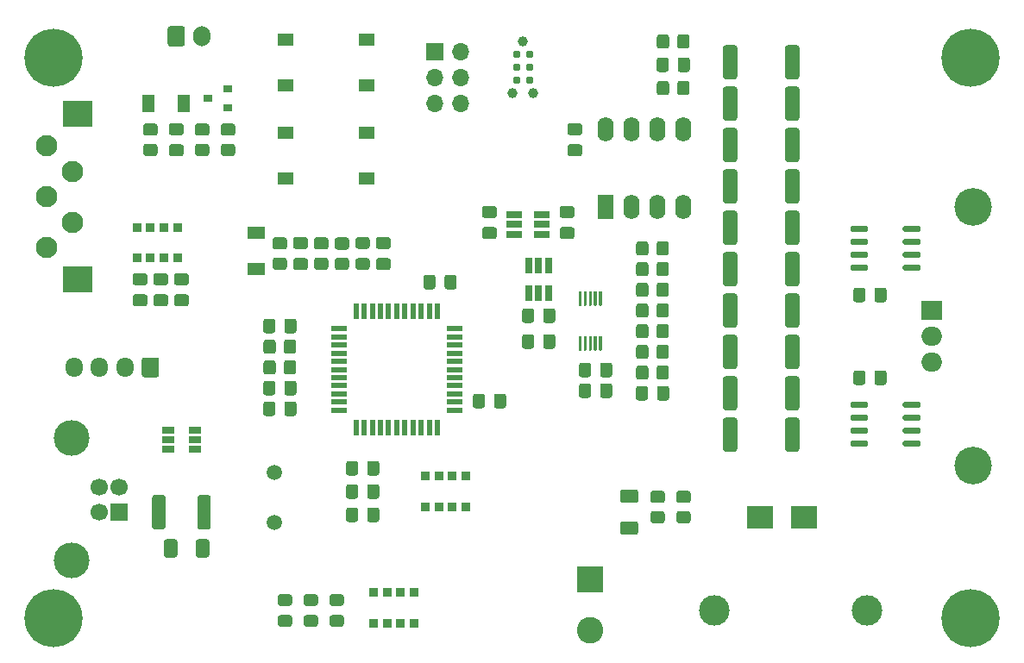
<source format=gts>
G04 #@! TF.GenerationSoftware,KiCad,Pcbnew,(5.1.9)-1*
G04 #@! TF.CreationDate,2021-08-12T22:57:42-04:00*
G04 #@! TF.ProjectId,ElectronicLoad,456c6563-7472-46f6-9e69-634c6f61642e,A*
G04 #@! TF.SameCoordinates,Original*
G04 #@! TF.FileFunction,Soldermask,Top*
G04 #@! TF.FilePolarity,Negative*
%FSLAX46Y46*%
G04 Gerber Fmt 4.6, Leading zero omitted, Abs format (unit mm)*
G04 Created by KiCad (PCBNEW (5.1.9)-1) date 2021-08-12 22:57:42*
%MOMM*%
%LPD*%
G01*
G04 APERTURE LIST*
%ADD10C,2.100000*%
%ADD11R,3.000000X2.500000*%
%ADD12R,2.500000X2.300000*%
%ADD13O,2.000000X1.905000*%
%ADD14R,2.000000X1.905000*%
%ADD15C,3.000000*%
%ADD16C,3.686000*%
%ADD17C,5.700000*%
%ADD18R,0.900000X0.900000*%
%ADD19O,1.600000X2.400000*%
%ADD20R,1.600000X2.400000*%
%ADD21R,1.550000X1.300000*%
%ADD22O,1.700000X1.950000*%
%ADD23O,1.700000X2.000000*%
%ADD24R,0.900000X0.800000*%
%ADD25R,1.300000X1.700000*%
%ADD26R,1.220000X0.650000*%
%ADD27R,1.700000X1.300000*%
%ADD28C,1.500000*%
%ADD29C,0.787400*%
%ADD30C,0.990600*%
%ADD31O,1.700000X1.700000*%
%ADD32R,1.700000X1.700000*%
%ADD33C,3.500000*%
%ADD34C,1.700000*%
%ADD35R,0.550000X1.500000*%
%ADD36R,1.500000X0.550000*%
%ADD37R,1.560000X0.650000*%
%ADD38R,0.650000X1.560000*%
%ADD39C,2.600000*%
%ADD40R,2.600000X2.600000*%
G04 APERTURE END LIST*
D10*
X109676000Y-80344000D03*
X109676000Y-90344000D03*
X109676000Y-85344000D03*
D11*
X112776000Y-93444000D03*
X112776000Y-77244000D03*
D10*
X112276000Y-82844000D03*
X112276000Y-87844000D03*
G36*
G01*
X153612000Y-105885000D02*
X153612000Y-104935000D01*
G75*
G02*
X153862000Y-104685000I250000J0D01*
G01*
X154537000Y-104685000D01*
G75*
G02*
X154787000Y-104935000I0J-250000D01*
G01*
X154787000Y-105885000D01*
G75*
G02*
X154537000Y-106135000I-250000J0D01*
G01*
X153862000Y-106135000D01*
G75*
G02*
X153612000Y-105885000I0J250000D01*
G01*
G37*
G36*
G01*
X151537000Y-105885000D02*
X151537000Y-104935000D01*
G75*
G02*
X151787000Y-104685000I250000J0D01*
G01*
X152462000Y-104685000D01*
G75*
G02*
X152712000Y-104935000I0J-250000D01*
G01*
X152712000Y-105885000D01*
G75*
G02*
X152462000Y-106135000I-250000J0D01*
G01*
X151787000Y-106135000D01*
G75*
G02*
X151537000Y-105885000I0J250000D01*
G01*
G37*
G36*
G01*
X166227997Y-117232000D02*
X167528003Y-117232000D01*
G75*
G02*
X167778000Y-117481997I0J-249997D01*
G01*
X167778000Y-118307003D01*
G75*
G02*
X167528003Y-118557000I-249997J0D01*
G01*
X166227997Y-118557000D01*
G75*
G02*
X165978000Y-118307003I0J249997D01*
G01*
X165978000Y-117481997D01*
G75*
G02*
X166227997Y-117232000I249997J0D01*
G01*
G37*
G36*
G01*
X166227997Y-114107000D02*
X167528003Y-114107000D01*
G75*
G02*
X167778000Y-114356997I0J-249997D01*
G01*
X167778000Y-115182003D01*
G75*
G02*
X167528003Y-115432000I-249997J0D01*
G01*
X166227997Y-115432000D01*
G75*
G02*
X165978000Y-115182003I0J249997D01*
G01*
X165978000Y-114356997D01*
G75*
G02*
X166227997Y-114107000I249997J0D01*
G01*
G37*
G36*
G01*
X122544000Y-119237997D02*
X122544000Y-120538003D01*
G75*
G02*
X122294003Y-120788000I-249997J0D01*
G01*
X121468997Y-120788000D01*
G75*
G02*
X121219000Y-120538003I0J249997D01*
G01*
X121219000Y-119237997D01*
G75*
G02*
X121468997Y-118988000I249997J0D01*
G01*
X122294003Y-118988000D01*
G75*
G02*
X122544000Y-119237997I0J-249997D01*
G01*
G37*
G36*
G01*
X125669000Y-119237997D02*
X125669000Y-120538003D01*
G75*
G02*
X125419003Y-120788000I-249997J0D01*
G01*
X124593997Y-120788000D01*
G75*
G02*
X124344000Y-120538003I0J249997D01*
G01*
X124344000Y-119237997D01*
G75*
G02*
X124593997Y-118988000I249997J0D01*
G01*
X125419003Y-118988000D01*
G75*
G02*
X125669000Y-119237997I0J-249997D01*
G01*
G37*
G36*
G01*
X164026000Y-104869000D02*
X164026000Y-103919000D01*
G75*
G02*
X164276000Y-103669000I250000J0D01*
G01*
X164951000Y-103669000D01*
G75*
G02*
X165201000Y-103919000I0J-250000D01*
G01*
X165201000Y-104869000D01*
G75*
G02*
X164951000Y-105119000I-250000J0D01*
G01*
X164276000Y-105119000D01*
G75*
G02*
X164026000Y-104869000I0J250000D01*
G01*
G37*
G36*
G01*
X161951000Y-104869000D02*
X161951000Y-103919000D01*
G75*
G02*
X162201000Y-103669000I250000J0D01*
G01*
X162876000Y-103669000D01*
G75*
G02*
X163126000Y-103919000I0J-250000D01*
G01*
X163126000Y-104869000D01*
G75*
G02*
X162876000Y-105119000I-250000J0D01*
G01*
X162201000Y-105119000D01*
G75*
G02*
X161951000Y-104869000I0J250000D01*
G01*
G37*
G36*
G01*
X157538000Y-99093000D02*
X157538000Y-100043000D01*
G75*
G02*
X157288000Y-100293000I-250000J0D01*
G01*
X156613000Y-100293000D01*
G75*
G02*
X156363000Y-100043000I0J250000D01*
G01*
X156363000Y-99093000D01*
G75*
G02*
X156613000Y-98843000I250000J0D01*
G01*
X157288000Y-98843000D01*
G75*
G02*
X157538000Y-99093000I0J-250000D01*
G01*
G37*
G36*
G01*
X159613000Y-99093000D02*
X159613000Y-100043000D01*
G75*
G02*
X159363000Y-100293000I-250000J0D01*
G01*
X158688000Y-100293000D01*
G75*
G02*
X158438000Y-100043000I0J250000D01*
G01*
X158438000Y-99093000D01*
G75*
G02*
X158688000Y-98843000I250000J0D01*
G01*
X159363000Y-98843000D01*
G75*
G02*
X159613000Y-99093000I0J-250000D01*
G01*
G37*
D12*
X184014000Y-116840000D03*
X179714000Y-116840000D03*
G36*
G01*
X120338001Y-79356000D02*
X119437999Y-79356000D01*
G75*
G02*
X119188000Y-79106001I0J249999D01*
G01*
X119188000Y-78405999D01*
G75*
G02*
X119437999Y-78156000I249999J0D01*
G01*
X120338001Y-78156000D01*
G75*
G02*
X120588000Y-78405999I0J-249999D01*
G01*
X120588000Y-79106001D01*
G75*
G02*
X120338001Y-79356000I-249999J0D01*
G01*
G37*
G36*
G01*
X120338001Y-81356000D02*
X119437999Y-81356000D01*
G75*
G02*
X119188000Y-81106001I0J249999D01*
G01*
X119188000Y-80405999D01*
G75*
G02*
X119437999Y-80156000I249999J0D01*
G01*
X120338001Y-80156000D01*
G75*
G02*
X120588000Y-80405999I0J-249999D01*
G01*
X120588000Y-81106001D01*
G75*
G02*
X120338001Y-81356000I-249999J0D01*
G01*
G37*
G36*
G01*
X121953000Y-80206000D02*
X122903000Y-80206000D01*
G75*
G02*
X123153000Y-80456000I0J-250000D01*
G01*
X123153000Y-81131000D01*
G75*
G02*
X122903000Y-81381000I-250000J0D01*
G01*
X121953000Y-81381000D01*
G75*
G02*
X121703000Y-81131000I0J250000D01*
G01*
X121703000Y-80456000D01*
G75*
G02*
X121953000Y-80206000I250000J0D01*
G01*
G37*
G36*
G01*
X121953000Y-78131000D02*
X122903000Y-78131000D01*
G75*
G02*
X123153000Y-78381000I0J-250000D01*
G01*
X123153000Y-79056000D01*
G75*
G02*
X122903000Y-79306000I-250000J0D01*
G01*
X121953000Y-79306000D01*
G75*
G02*
X121703000Y-79056000I0J250000D01*
G01*
X121703000Y-78381000D01*
G75*
G02*
X121953000Y-78131000I250000J0D01*
G01*
G37*
D13*
X196596000Y-101600000D03*
X196596000Y-99060000D03*
D14*
X196596000Y-96520000D03*
D15*
X190260000Y-125984000D03*
X175260000Y-125984000D03*
D16*
X200660000Y-86360000D03*
X200660000Y-111760000D03*
G36*
G01*
X190324000Y-109451000D02*
X190324000Y-109751000D01*
G75*
G02*
X190174000Y-109901000I-150000J0D01*
G01*
X188724000Y-109901000D01*
G75*
G02*
X188574000Y-109751000I0J150000D01*
G01*
X188574000Y-109451000D01*
G75*
G02*
X188724000Y-109301000I150000J0D01*
G01*
X190174000Y-109301000D01*
G75*
G02*
X190324000Y-109451000I0J-150000D01*
G01*
G37*
G36*
G01*
X190324000Y-108181000D02*
X190324000Y-108481000D01*
G75*
G02*
X190174000Y-108631000I-150000J0D01*
G01*
X188724000Y-108631000D01*
G75*
G02*
X188574000Y-108481000I0J150000D01*
G01*
X188574000Y-108181000D01*
G75*
G02*
X188724000Y-108031000I150000J0D01*
G01*
X190174000Y-108031000D01*
G75*
G02*
X190324000Y-108181000I0J-150000D01*
G01*
G37*
G36*
G01*
X190324000Y-106911000D02*
X190324000Y-107211000D01*
G75*
G02*
X190174000Y-107361000I-150000J0D01*
G01*
X188724000Y-107361000D01*
G75*
G02*
X188574000Y-107211000I0J150000D01*
G01*
X188574000Y-106911000D01*
G75*
G02*
X188724000Y-106761000I150000J0D01*
G01*
X190174000Y-106761000D01*
G75*
G02*
X190324000Y-106911000I0J-150000D01*
G01*
G37*
G36*
G01*
X190324000Y-105641000D02*
X190324000Y-105941000D01*
G75*
G02*
X190174000Y-106091000I-150000J0D01*
G01*
X188724000Y-106091000D01*
G75*
G02*
X188574000Y-105941000I0J150000D01*
G01*
X188574000Y-105641000D01*
G75*
G02*
X188724000Y-105491000I150000J0D01*
G01*
X190174000Y-105491000D01*
G75*
G02*
X190324000Y-105641000I0J-150000D01*
G01*
G37*
G36*
G01*
X195474000Y-105641000D02*
X195474000Y-105941000D01*
G75*
G02*
X195324000Y-106091000I-150000J0D01*
G01*
X193874000Y-106091000D01*
G75*
G02*
X193724000Y-105941000I0J150000D01*
G01*
X193724000Y-105641000D01*
G75*
G02*
X193874000Y-105491000I150000J0D01*
G01*
X195324000Y-105491000D01*
G75*
G02*
X195474000Y-105641000I0J-150000D01*
G01*
G37*
G36*
G01*
X195474000Y-106911000D02*
X195474000Y-107211000D01*
G75*
G02*
X195324000Y-107361000I-150000J0D01*
G01*
X193874000Y-107361000D01*
G75*
G02*
X193724000Y-107211000I0J150000D01*
G01*
X193724000Y-106911000D01*
G75*
G02*
X193874000Y-106761000I150000J0D01*
G01*
X195324000Y-106761000D01*
G75*
G02*
X195474000Y-106911000I0J-150000D01*
G01*
G37*
G36*
G01*
X195474000Y-108181000D02*
X195474000Y-108481000D01*
G75*
G02*
X195324000Y-108631000I-150000J0D01*
G01*
X193874000Y-108631000D01*
G75*
G02*
X193724000Y-108481000I0J150000D01*
G01*
X193724000Y-108181000D01*
G75*
G02*
X193874000Y-108031000I150000J0D01*
G01*
X195324000Y-108031000D01*
G75*
G02*
X195474000Y-108181000I0J-150000D01*
G01*
G37*
G36*
G01*
X195474000Y-109451000D02*
X195474000Y-109751000D01*
G75*
G02*
X195324000Y-109901000I-150000J0D01*
G01*
X193874000Y-109901000D01*
G75*
G02*
X193724000Y-109751000I0J150000D01*
G01*
X193724000Y-109451000D01*
G75*
G02*
X193874000Y-109301000I150000J0D01*
G01*
X195324000Y-109301000D01*
G75*
G02*
X195474000Y-109451000I0J-150000D01*
G01*
G37*
G36*
G01*
X190950000Y-103599000D02*
X190950000Y-102649000D01*
G75*
G02*
X191200000Y-102399000I250000J0D01*
G01*
X191875000Y-102399000D01*
G75*
G02*
X192125000Y-102649000I0J-250000D01*
G01*
X192125000Y-103599000D01*
G75*
G02*
X191875000Y-103849000I-250000J0D01*
G01*
X191200000Y-103849000D01*
G75*
G02*
X190950000Y-103599000I0J250000D01*
G01*
G37*
G36*
G01*
X188875000Y-103599000D02*
X188875000Y-102649000D01*
G75*
G02*
X189125000Y-102399000I250000J0D01*
G01*
X189800000Y-102399000D01*
G75*
G02*
X190050000Y-102649000I0J-250000D01*
G01*
X190050000Y-103599000D01*
G75*
G02*
X189800000Y-103849000I-250000J0D01*
G01*
X189125000Y-103849000D01*
G75*
G02*
X188875000Y-103599000I0J250000D01*
G01*
G37*
D17*
X110372000Y-126740000D03*
X200372000Y-126740000D03*
X200372000Y-71740000D03*
X110372000Y-71740000D03*
D18*
X148184000Y-115800000D03*
X146844000Y-115800000D03*
X150844000Y-115800000D03*
X149504000Y-115800000D03*
X148184000Y-112800000D03*
X149504000Y-112800000D03*
X146844000Y-112800000D03*
X150844000Y-112800000D03*
G36*
G01*
X133038001Y-90532000D02*
X132137999Y-90532000D01*
G75*
G02*
X131888000Y-90282001I0J249999D01*
G01*
X131888000Y-89581999D01*
G75*
G02*
X132137999Y-89332000I249999J0D01*
G01*
X133038001Y-89332000D01*
G75*
G02*
X133288000Y-89581999I0J-249999D01*
G01*
X133288000Y-90282001D01*
G75*
G02*
X133038001Y-90532000I-249999J0D01*
G01*
G37*
G36*
G01*
X133038001Y-92532000D02*
X132137999Y-92532000D01*
G75*
G02*
X131888000Y-92282001I0J249999D01*
G01*
X131888000Y-91581999D01*
G75*
G02*
X132137999Y-91332000I249999J0D01*
G01*
X133038001Y-91332000D01*
G75*
G02*
X133288000Y-91581999I0J-249999D01*
G01*
X133288000Y-92282001D01*
G75*
G02*
X133038001Y-92532000I-249999J0D01*
G01*
G37*
G36*
G01*
X122461000Y-94938000D02*
X123411000Y-94938000D01*
G75*
G02*
X123661000Y-95188000I0J-250000D01*
G01*
X123661000Y-95863000D01*
G75*
G02*
X123411000Y-96113000I-250000J0D01*
G01*
X122461000Y-96113000D01*
G75*
G02*
X122211000Y-95863000I0J250000D01*
G01*
X122211000Y-95188000D01*
G75*
G02*
X122461000Y-94938000I250000J0D01*
G01*
G37*
G36*
G01*
X122461000Y-92863000D02*
X123411000Y-92863000D01*
G75*
G02*
X123661000Y-93113000I0J-250000D01*
G01*
X123661000Y-93788000D01*
G75*
G02*
X123411000Y-94038000I-250000J0D01*
G01*
X122461000Y-94038000D01*
G75*
G02*
X122211000Y-93788000I0J250000D01*
G01*
X122211000Y-93113000D01*
G75*
G02*
X122461000Y-92863000I250000J0D01*
G01*
G37*
X119898000Y-91366000D03*
X118558000Y-91366000D03*
X122558000Y-91366000D03*
X121218000Y-91366000D03*
X119898000Y-88366000D03*
X121218000Y-88366000D03*
X118558000Y-88366000D03*
X122558000Y-88366000D03*
G36*
G01*
X118397000Y-94938000D02*
X119347000Y-94938000D01*
G75*
G02*
X119597000Y-95188000I0J-250000D01*
G01*
X119597000Y-95863000D01*
G75*
G02*
X119347000Y-96113000I-250000J0D01*
G01*
X118397000Y-96113000D01*
G75*
G02*
X118147000Y-95863000I0J250000D01*
G01*
X118147000Y-95188000D01*
G75*
G02*
X118397000Y-94938000I250000J0D01*
G01*
G37*
G36*
G01*
X118397000Y-92863000D02*
X119347000Y-92863000D01*
G75*
G02*
X119597000Y-93113000I0J-250000D01*
G01*
X119597000Y-93788000D01*
G75*
G02*
X119347000Y-94038000I-250000J0D01*
G01*
X118397000Y-94038000D01*
G75*
G02*
X118147000Y-93788000I0J250000D01*
G01*
X118147000Y-93113000D01*
G75*
G02*
X118397000Y-92863000I250000J0D01*
G01*
G37*
G36*
G01*
X120429000Y-94938000D02*
X121379000Y-94938000D01*
G75*
G02*
X121629000Y-95188000I0J-250000D01*
G01*
X121629000Y-95863000D01*
G75*
G02*
X121379000Y-96113000I-250000J0D01*
G01*
X120429000Y-96113000D01*
G75*
G02*
X120179000Y-95863000I0J250000D01*
G01*
X120179000Y-95188000D01*
G75*
G02*
X120429000Y-94938000I250000J0D01*
G01*
G37*
G36*
G01*
X120429000Y-92863000D02*
X121379000Y-92863000D01*
G75*
G02*
X121629000Y-93113000I0J-250000D01*
G01*
X121629000Y-93788000D01*
G75*
G02*
X121379000Y-94038000I-250000J0D01*
G01*
X120429000Y-94038000D01*
G75*
G02*
X120179000Y-93788000I0J250000D01*
G01*
X120179000Y-93113000D01*
G75*
G02*
X120429000Y-92863000I250000J0D01*
G01*
G37*
G36*
G01*
X169564000Y-99002001D02*
X169564000Y-98101999D01*
G75*
G02*
X169813999Y-97852000I249999J0D01*
G01*
X170514001Y-97852000D01*
G75*
G02*
X170764000Y-98101999I0J-249999D01*
G01*
X170764000Y-99002001D01*
G75*
G02*
X170514001Y-99252000I-249999J0D01*
G01*
X169813999Y-99252000D01*
G75*
G02*
X169564000Y-99002001I0J249999D01*
G01*
G37*
G36*
G01*
X167564000Y-99002001D02*
X167564000Y-98101999D01*
G75*
G02*
X167813999Y-97852000I249999J0D01*
G01*
X168514001Y-97852000D01*
G75*
G02*
X168764000Y-98101999I0J-249999D01*
G01*
X168764000Y-99002001D01*
G75*
G02*
X168514001Y-99252000I-249999J0D01*
G01*
X167813999Y-99252000D01*
G75*
G02*
X167564000Y-99002001I0J249999D01*
G01*
G37*
G36*
G01*
X190950000Y-95471000D02*
X190950000Y-94521000D01*
G75*
G02*
X191200000Y-94271000I250000J0D01*
G01*
X191875000Y-94271000D01*
G75*
G02*
X192125000Y-94521000I0J-250000D01*
G01*
X192125000Y-95471000D01*
G75*
G02*
X191875000Y-95721000I-250000J0D01*
G01*
X191200000Y-95721000D01*
G75*
G02*
X190950000Y-95471000I0J250000D01*
G01*
G37*
G36*
G01*
X188875000Y-95471000D02*
X188875000Y-94521000D01*
G75*
G02*
X189125000Y-94271000I250000J0D01*
G01*
X189800000Y-94271000D01*
G75*
G02*
X190050000Y-94521000I0J-250000D01*
G01*
X190050000Y-95471000D01*
G75*
G02*
X189800000Y-95721000I-250000J0D01*
G01*
X189125000Y-95721000D01*
G75*
G02*
X188875000Y-95471000I0J250000D01*
G01*
G37*
G36*
G01*
X172662001Y-115424000D02*
X171761999Y-115424000D01*
G75*
G02*
X171512000Y-115174001I0J249999D01*
G01*
X171512000Y-114473999D01*
G75*
G02*
X171761999Y-114224000I249999J0D01*
G01*
X172662001Y-114224000D01*
G75*
G02*
X172912000Y-114473999I0J-249999D01*
G01*
X172912000Y-115174001D01*
G75*
G02*
X172662001Y-115424000I-249999J0D01*
G01*
G37*
G36*
G01*
X172662001Y-117424000D02*
X171761999Y-117424000D01*
G75*
G02*
X171512000Y-117174001I0J249999D01*
G01*
X171512000Y-116473999D01*
G75*
G02*
X171761999Y-116224000I249999J0D01*
G01*
X172662001Y-116224000D01*
G75*
G02*
X172912000Y-116473999I0J-249999D01*
G01*
X172912000Y-117174001D01*
G75*
G02*
X172662001Y-117424000I-249999J0D01*
G01*
G37*
G36*
G01*
X190324000Y-92179000D02*
X190324000Y-92479000D01*
G75*
G02*
X190174000Y-92629000I-150000J0D01*
G01*
X188724000Y-92629000D01*
G75*
G02*
X188574000Y-92479000I0J150000D01*
G01*
X188574000Y-92179000D01*
G75*
G02*
X188724000Y-92029000I150000J0D01*
G01*
X190174000Y-92029000D01*
G75*
G02*
X190324000Y-92179000I0J-150000D01*
G01*
G37*
G36*
G01*
X190324000Y-90909000D02*
X190324000Y-91209000D01*
G75*
G02*
X190174000Y-91359000I-150000J0D01*
G01*
X188724000Y-91359000D01*
G75*
G02*
X188574000Y-91209000I0J150000D01*
G01*
X188574000Y-90909000D01*
G75*
G02*
X188724000Y-90759000I150000J0D01*
G01*
X190174000Y-90759000D01*
G75*
G02*
X190324000Y-90909000I0J-150000D01*
G01*
G37*
G36*
G01*
X190324000Y-89639000D02*
X190324000Y-89939000D01*
G75*
G02*
X190174000Y-90089000I-150000J0D01*
G01*
X188724000Y-90089000D01*
G75*
G02*
X188574000Y-89939000I0J150000D01*
G01*
X188574000Y-89639000D01*
G75*
G02*
X188724000Y-89489000I150000J0D01*
G01*
X190174000Y-89489000D01*
G75*
G02*
X190324000Y-89639000I0J-150000D01*
G01*
G37*
G36*
G01*
X190324000Y-88369000D02*
X190324000Y-88669000D01*
G75*
G02*
X190174000Y-88819000I-150000J0D01*
G01*
X188724000Y-88819000D01*
G75*
G02*
X188574000Y-88669000I0J150000D01*
G01*
X188574000Y-88369000D01*
G75*
G02*
X188724000Y-88219000I150000J0D01*
G01*
X190174000Y-88219000D01*
G75*
G02*
X190324000Y-88369000I0J-150000D01*
G01*
G37*
G36*
G01*
X195474000Y-88369000D02*
X195474000Y-88669000D01*
G75*
G02*
X195324000Y-88819000I-150000J0D01*
G01*
X193874000Y-88819000D01*
G75*
G02*
X193724000Y-88669000I0J150000D01*
G01*
X193724000Y-88369000D01*
G75*
G02*
X193874000Y-88219000I150000J0D01*
G01*
X195324000Y-88219000D01*
G75*
G02*
X195474000Y-88369000I0J-150000D01*
G01*
G37*
G36*
G01*
X195474000Y-89639000D02*
X195474000Y-89939000D01*
G75*
G02*
X195324000Y-90089000I-150000J0D01*
G01*
X193874000Y-90089000D01*
G75*
G02*
X193724000Y-89939000I0J150000D01*
G01*
X193724000Y-89639000D01*
G75*
G02*
X193874000Y-89489000I150000J0D01*
G01*
X195324000Y-89489000D01*
G75*
G02*
X195474000Y-89639000I0J-150000D01*
G01*
G37*
G36*
G01*
X195474000Y-90909000D02*
X195474000Y-91209000D01*
G75*
G02*
X195324000Y-91359000I-150000J0D01*
G01*
X193874000Y-91359000D01*
G75*
G02*
X193724000Y-91209000I0J150000D01*
G01*
X193724000Y-90909000D01*
G75*
G02*
X193874000Y-90759000I150000J0D01*
G01*
X195324000Y-90759000D01*
G75*
G02*
X195474000Y-90909000I0J-150000D01*
G01*
G37*
G36*
G01*
X195474000Y-92179000D02*
X195474000Y-92479000D01*
G75*
G02*
X195324000Y-92629000I-150000J0D01*
G01*
X193874000Y-92629000D01*
G75*
G02*
X193724000Y-92479000I0J150000D01*
G01*
X193724000Y-92179000D01*
G75*
G02*
X193874000Y-92029000I150000J0D01*
G01*
X195324000Y-92029000D01*
G75*
G02*
X195474000Y-92179000I0J-150000D01*
G01*
G37*
D19*
X164592000Y-78740000D03*
X172212000Y-86360000D03*
X167132000Y-78740000D03*
X169672000Y-86360000D03*
X169672000Y-78740000D03*
X167132000Y-86360000D03*
X172212000Y-78740000D03*
D20*
X164592000Y-86360000D03*
D21*
X141140000Y-74386000D03*
X141140000Y-69886000D03*
X133180000Y-69886000D03*
X133180000Y-74386000D03*
X133180000Y-79030000D03*
X133180000Y-83530000D03*
X141140000Y-83530000D03*
X141140000Y-79030000D03*
D22*
X112388000Y-102108000D03*
X114888000Y-102108000D03*
X117388000Y-102108000D03*
G36*
G01*
X120738000Y-101383000D02*
X120738000Y-102833000D01*
G75*
G02*
X120488000Y-103083000I-250000J0D01*
G01*
X119288000Y-103083000D01*
G75*
G02*
X119038000Y-102833000I0J250000D01*
G01*
X119038000Y-101383000D01*
G75*
G02*
X119288000Y-101133000I250000J0D01*
G01*
X120488000Y-101133000D01*
G75*
G02*
X120738000Y-101383000I0J-250000D01*
G01*
G37*
G36*
G01*
X147864500Y-93251000D02*
X147864500Y-94201000D01*
G75*
G02*
X147614500Y-94451000I-250000J0D01*
G01*
X146939500Y-94451000D01*
G75*
G02*
X146689500Y-94201000I0J250000D01*
G01*
X146689500Y-93251000D01*
G75*
G02*
X146939500Y-93001000I250000J0D01*
G01*
X147614500Y-93001000D01*
G75*
G02*
X147864500Y-93251000I0J-250000D01*
G01*
G37*
G36*
G01*
X149939500Y-93251000D02*
X149939500Y-94201000D01*
G75*
G02*
X149689500Y-94451000I-250000J0D01*
G01*
X149014500Y-94451000D01*
G75*
G02*
X148764500Y-94201000I0J250000D01*
G01*
X148764500Y-93251000D01*
G75*
G02*
X149014500Y-93001000I250000J0D01*
G01*
X149689500Y-93001000D01*
G75*
G02*
X149939500Y-93251000I0J-250000D01*
G01*
G37*
G36*
G01*
X124517999Y-80156000D02*
X125418001Y-80156000D01*
G75*
G02*
X125668000Y-80405999I0J-249999D01*
G01*
X125668000Y-81106001D01*
G75*
G02*
X125418001Y-81356000I-249999J0D01*
G01*
X124517999Y-81356000D01*
G75*
G02*
X124268000Y-81106001I0J249999D01*
G01*
X124268000Y-80405999D01*
G75*
G02*
X124517999Y-80156000I249999J0D01*
G01*
G37*
G36*
G01*
X124517999Y-78156000D02*
X125418001Y-78156000D01*
G75*
G02*
X125668000Y-78405999I0J-249999D01*
G01*
X125668000Y-79106001D01*
G75*
G02*
X125418001Y-79356000I-249999J0D01*
G01*
X124517999Y-79356000D01*
G75*
G02*
X124268000Y-79106001I0J249999D01*
G01*
X124268000Y-78405999D01*
G75*
G02*
X124517999Y-78156000I249999J0D01*
G01*
G37*
G36*
G01*
X127958001Y-79356000D02*
X127057999Y-79356000D01*
G75*
G02*
X126808000Y-79106001I0J249999D01*
G01*
X126808000Y-78405999D01*
G75*
G02*
X127057999Y-78156000I249999J0D01*
G01*
X127958001Y-78156000D01*
G75*
G02*
X128208000Y-78405999I0J-249999D01*
G01*
X128208000Y-79106001D01*
G75*
G02*
X127958001Y-79356000I-249999J0D01*
G01*
G37*
G36*
G01*
X127958001Y-81356000D02*
X127057999Y-81356000D01*
G75*
G02*
X126808000Y-81106001I0J249999D01*
G01*
X126808000Y-80405999D01*
G75*
G02*
X127057999Y-80156000I249999J0D01*
G01*
X127958001Y-80156000D01*
G75*
G02*
X128208000Y-80405999I0J-249999D01*
G01*
X128208000Y-81106001D01*
G75*
G02*
X127958001Y-81356000I-249999J0D01*
G01*
G37*
D23*
X124928000Y-69596000D03*
G36*
G01*
X121578000Y-70346000D02*
X121578000Y-68846000D01*
G75*
G02*
X121828000Y-68596000I250000J0D01*
G01*
X123028000Y-68596000D01*
G75*
G02*
X123278000Y-68846000I0J-250000D01*
G01*
X123278000Y-70346000D01*
G75*
G02*
X123028000Y-70596000I-250000J0D01*
G01*
X121828000Y-70596000D01*
G75*
G02*
X121578000Y-70346000I0J250000D01*
G01*
G37*
D24*
X125492000Y-75692000D03*
X127492000Y-74742000D03*
X127492000Y-76642000D03*
D25*
X123162000Y-76200000D03*
X119662000Y-76200000D03*
D26*
X121626000Y-110170000D03*
X121626000Y-109220000D03*
X121626000Y-108270000D03*
X124246000Y-108270000D03*
X124246000Y-109220000D03*
X124246000Y-110170000D03*
D27*
X130302000Y-92428000D03*
X130302000Y-88928000D03*
G36*
G01*
X136201999Y-91332000D02*
X137102001Y-91332000D01*
G75*
G02*
X137352000Y-91581999I0J-249999D01*
G01*
X137352000Y-92282001D01*
G75*
G02*
X137102001Y-92532000I-249999J0D01*
G01*
X136201999Y-92532000D01*
G75*
G02*
X135952000Y-92282001I0J249999D01*
G01*
X135952000Y-91581999D01*
G75*
G02*
X136201999Y-91332000I249999J0D01*
G01*
G37*
G36*
G01*
X136201999Y-89332000D02*
X137102001Y-89332000D01*
G75*
G02*
X137352000Y-89581999I0J-249999D01*
G01*
X137352000Y-90282001D01*
G75*
G02*
X137102001Y-90532000I-249999J0D01*
G01*
X136201999Y-90532000D01*
G75*
G02*
X135952000Y-90282001I0J249999D01*
G01*
X135952000Y-89581999D01*
G75*
G02*
X136201999Y-89332000I249999J0D01*
G01*
G37*
G36*
G01*
X139134001Y-90548000D02*
X138233999Y-90548000D01*
G75*
G02*
X137984000Y-90298001I0J249999D01*
G01*
X137984000Y-89597999D01*
G75*
G02*
X138233999Y-89348000I249999J0D01*
G01*
X139134001Y-89348000D01*
G75*
G02*
X139384000Y-89597999I0J-249999D01*
G01*
X139384000Y-90298001D01*
G75*
G02*
X139134001Y-90548000I-249999J0D01*
G01*
G37*
G36*
G01*
X139134001Y-92548000D02*
X138233999Y-92548000D01*
G75*
G02*
X137984000Y-92298001I0J249999D01*
G01*
X137984000Y-91597999D01*
G75*
G02*
X138233999Y-91348000I249999J0D01*
G01*
X139134001Y-91348000D01*
G75*
G02*
X139384000Y-91597999I0J-249999D01*
G01*
X139384000Y-92298001D01*
G75*
G02*
X139134001Y-92548000I-249999J0D01*
G01*
G37*
G36*
G01*
X135095000Y-90482000D02*
X134145000Y-90482000D01*
G75*
G02*
X133895000Y-90232000I0J250000D01*
G01*
X133895000Y-89557000D01*
G75*
G02*
X134145000Y-89307000I250000J0D01*
G01*
X135095000Y-89307000D01*
G75*
G02*
X135345000Y-89557000I0J-250000D01*
G01*
X135345000Y-90232000D01*
G75*
G02*
X135095000Y-90482000I-250000J0D01*
G01*
G37*
G36*
G01*
X135095000Y-92557000D02*
X134145000Y-92557000D01*
G75*
G02*
X133895000Y-92307000I0J250000D01*
G01*
X133895000Y-91632000D01*
G75*
G02*
X134145000Y-91382000I250000J0D01*
G01*
X135095000Y-91382000D01*
G75*
G02*
X135345000Y-91632000I0J-250000D01*
G01*
X135345000Y-92307000D01*
G75*
G02*
X135095000Y-92557000I-250000J0D01*
G01*
G37*
G36*
G01*
X143223000Y-90482000D02*
X142273000Y-90482000D01*
G75*
G02*
X142023000Y-90232000I0J250000D01*
G01*
X142023000Y-89557000D01*
G75*
G02*
X142273000Y-89307000I250000J0D01*
G01*
X143223000Y-89307000D01*
G75*
G02*
X143473000Y-89557000I0J-250000D01*
G01*
X143473000Y-90232000D01*
G75*
G02*
X143223000Y-90482000I-250000J0D01*
G01*
G37*
G36*
G01*
X143223000Y-92557000D02*
X142273000Y-92557000D01*
G75*
G02*
X142023000Y-92307000I0J250000D01*
G01*
X142023000Y-91632000D01*
G75*
G02*
X142273000Y-91382000I250000J0D01*
G01*
X143223000Y-91382000D01*
G75*
G02*
X143473000Y-91632000I0J-250000D01*
G01*
X143473000Y-92307000D01*
G75*
G02*
X143223000Y-92557000I-250000J0D01*
G01*
G37*
G36*
G01*
X140265999Y-91373000D02*
X141166001Y-91373000D01*
G75*
G02*
X141416000Y-91622999I0J-249999D01*
G01*
X141416000Y-92273001D01*
G75*
G02*
X141166001Y-92523000I-249999J0D01*
G01*
X140265999Y-92523000D01*
G75*
G02*
X140016000Y-92273001I0J249999D01*
G01*
X140016000Y-91622999D01*
G75*
G02*
X140265999Y-91373000I249999J0D01*
G01*
G37*
G36*
G01*
X140265999Y-89323000D02*
X141166001Y-89323000D01*
G75*
G02*
X141416000Y-89572999I0J-249999D01*
G01*
X141416000Y-90223001D01*
G75*
G02*
X141166001Y-90473000I-249999J0D01*
G01*
X140265999Y-90473000D01*
G75*
G02*
X140016000Y-90223001I0J249999D01*
G01*
X140016000Y-89572999D01*
G75*
G02*
X140265999Y-89323000I249999J0D01*
G01*
G37*
G36*
G01*
X140266000Y-111539000D02*
X140266000Y-112489000D01*
G75*
G02*
X140016000Y-112739000I-250000J0D01*
G01*
X139341000Y-112739000D01*
G75*
G02*
X139091000Y-112489000I0J250000D01*
G01*
X139091000Y-111539000D01*
G75*
G02*
X139341000Y-111289000I250000J0D01*
G01*
X140016000Y-111289000D01*
G75*
G02*
X140266000Y-111539000I0J-250000D01*
G01*
G37*
G36*
G01*
X142341000Y-111539000D02*
X142341000Y-112489000D01*
G75*
G02*
X142091000Y-112739000I-250000J0D01*
G01*
X141416000Y-112739000D01*
G75*
G02*
X141166000Y-112489000I0J250000D01*
G01*
X141166000Y-111539000D01*
G75*
G02*
X141416000Y-111289000I250000J0D01*
G01*
X142091000Y-111289000D01*
G75*
G02*
X142341000Y-111539000I0J-250000D01*
G01*
G37*
G36*
G01*
X132138000Y-97569000D02*
X132138000Y-98519000D01*
G75*
G02*
X131888000Y-98769000I-250000J0D01*
G01*
X131213000Y-98769000D01*
G75*
G02*
X130963000Y-98519000I0J250000D01*
G01*
X130963000Y-97569000D01*
G75*
G02*
X131213000Y-97319000I250000J0D01*
G01*
X131888000Y-97319000D01*
G75*
G02*
X132138000Y-97569000I0J-250000D01*
G01*
G37*
G36*
G01*
X134213000Y-97569000D02*
X134213000Y-98519000D01*
G75*
G02*
X133963000Y-98769000I-250000J0D01*
G01*
X133288000Y-98769000D01*
G75*
G02*
X133038000Y-98519000I0J250000D01*
G01*
X133038000Y-97569000D01*
G75*
G02*
X133288000Y-97319000I250000J0D01*
G01*
X133963000Y-97319000D01*
G75*
G02*
X134213000Y-97569000I0J-250000D01*
G01*
G37*
G36*
G01*
X132138000Y-105697000D02*
X132138000Y-106647000D01*
G75*
G02*
X131888000Y-106897000I-250000J0D01*
G01*
X131213000Y-106897000D01*
G75*
G02*
X130963000Y-106647000I0J250000D01*
G01*
X130963000Y-105697000D01*
G75*
G02*
X131213000Y-105447000I250000J0D01*
G01*
X131888000Y-105447000D01*
G75*
G02*
X132138000Y-105697000I0J-250000D01*
G01*
G37*
G36*
G01*
X134213000Y-105697000D02*
X134213000Y-106647000D01*
G75*
G02*
X133963000Y-106897000I-250000J0D01*
G01*
X133288000Y-106897000D01*
G75*
G02*
X133038000Y-106647000I0J250000D01*
G01*
X133038000Y-105697000D01*
G75*
G02*
X133288000Y-105447000I250000J0D01*
G01*
X133963000Y-105447000D01*
G75*
G02*
X134213000Y-105697000I0J-250000D01*
G01*
G37*
D18*
X144424000Y-124230000D03*
X145764000Y-124230000D03*
X141764000Y-124230000D03*
X143104000Y-124230000D03*
X144424000Y-127230000D03*
X143104000Y-127230000D03*
X145764000Y-127230000D03*
X141764000Y-127230000D03*
G36*
G01*
X133546001Y-125534000D02*
X132645999Y-125534000D01*
G75*
G02*
X132396000Y-125284001I0J249999D01*
G01*
X132396000Y-124633999D01*
G75*
G02*
X132645999Y-124384000I249999J0D01*
G01*
X133546001Y-124384000D01*
G75*
G02*
X133796000Y-124633999I0J-249999D01*
G01*
X133796000Y-125284001D01*
G75*
G02*
X133546001Y-125534000I-249999J0D01*
G01*
G37*
G36*
G01*
X133546001Y-127584000D02*
X132645999Y-127584000D01*
G75*
G02*
X132396000Y-127334001I0J249999D01*
G01*
X132396000Y-126683999D01*
G75*
G02*
X132645999Y-126434000I249999J0D01*
G01*
X133546001Y-126434000D01*
G75*
G02*
X133796000Y-126683999I0J-249999D01*
G01*
X133796000Y-127334001D01*
G75*
G02*
X133546001Y-127584000I-249999J0D01*
G01*
G37*
G36*
G01*
X141166000Y-114775000D02*
X141166000Y-113825000D01*
G75*
G02*
X141416000Y-113575000I250000J0D01*
G01*
X142091000Y-113575000D01*
G75*
G02*
X142341000Y-113825000I0J-250000D01*
G01*
X142341000Y-114775000D01*
G75*
G02*
X142091000Y-115025000I-250000J0D01*
G01*
X141416000Y-115025000D01*
G75*
G02*
X141166000Y-114775000I0J250000D01*
G01*
G37*
G36*
G01*
X139091000Y-114775000D02*
X139091000Y-113825000D01*
G75*
G02*
X139341000Y-113575000I250000J0D01*
G01*
X140016000Y-113575000D01*
G75*
G02*
X140266000Y-113825000I0J-250000D01*
G01*
X140266000Y-114775000D01*
G75*
G02*
X140016000Y-115025000I-250000J0D01*
G01*
X139341000Y-115025000D01*
G75*
G02*
X139091000Y-114775000I0J250000D01*
G01*
G37*
G36*
G01*
X141166000Y-117061000D02*
X141166000Y-116111000D01*
G75*
G02*
X141416000Y-115861000I250000J0D01*
G01*
X142091000Y-115861000D01*
G75*
G02*
X142341000Y-116111000I0J-250000D01*
G01*
X142341000Y-117061000D01*
G75*
G02*
X142091000Y-117311000I-250000J0D01*
G01*
X141416000Y-117311000D01*
G75*
G02*
X141166000Y-117061000I0J250000D01*
G01*
G37*
G36*
G01*
X139091000Y-117061000D02*
X139091000Y-116111000D01*
G75*
G02*
X139341000Y-115861000I250000J0D01*
G01*
X140016000Y-115861000D01*
G75*
G02*
X140266000Y-116111000I0J-250000D01*
G01*
X140266000Y-117061000D01*
G75*
G02*
X140016000Y-117311000I-250000J0D01*
G01*
X139341000Y-117311000D01*
G75*
G02*
X139091000Y-117061000I0J250000D01*
G01*
G37*
G36*
G01*
X136086001Y-125534000D02*
X135185999Y-125534000D01*
G75*
G02*
X134936000Y-125284001I0J249999D01*
G01*
X134936000Y-124633999D01*
G75*
G02*
X135185999Y-124384000I249999J0D01*
G01*
X136086001Y-124384000D01*
G75*
G02*
X136336000Y-124633999I0J-249999D01*
G01*
X136336000Y-125284001D01*
G75*
G02*
X136086001Y-125534000I-249999J0D01*
G01*
G37*
G36*
G01*
X136086001Y-127584000D02*
X135185999Y-127584000D01*
G75*
G02*
X134936000Y-127334001I0J249999D01*
G01*
X134936000Y-126683999D01*
G75*
G02*
X135185999Y-126434000I249999J0D01*
G01*
X136086001Y-126434000D01*
G75*
G02*
X136336000Y-126683999I0J-249999D01*
G01*
X136336000Y-127334001D01*
G75*
G02*
X136086001Y-127584000I-249999J0D01*
G01*
G37*
G36*
G01*
X138626001Y-125534000D02*
X137725999Y-125534000D01*
G75*
G02*
X137476000Y-125284001I0J249999D01*
G01*
X137476000Y-124633999D01*
G75*
G02*
X137725999Y-124384000I249999J0D01*
G01*
X138626001Y-124384000D01*
G75*
G02*
X138876000Y-124633999I0J-249999D01*
G01*
X138876000Y-125284001D01*
G75*
G02*
X138626001Y-125534000I-249999J0D01*
G01*
G37*
G36*
G01*
X138626001Y-127584000D02*
X137725999Y-127584000D01*
G75*
G02*
X137476000Y-127334001I0J249999D01*
G01*
X137476000Y-126683999D01*
G75*
G02*
X137725999Y-126434000I249999J0D01*
G01*
X138626001Y-126434000D01*
G75*
G02*
X138876000Y-126683999I0J-249999D01*
G01*
X138876000Y-127334001D01*
G75*
G02*
X138626001Y-127584000I-249999J0D01*
G01*
G37*
D28*
X132080000Y-112468000D03*
X132080000Y-117348000D03*
D29*
X157099000Y-73914000D03*
X155829000Y-73914000D03*
X157099000Y-72644000D03*
X155829000Y-72644000D03*
X157099000Y-71374000D03*
X155829000Y-71374000D03*
D30*
X156464000Y-70104000D03*
X155448000Y-75184000D03*
X157480000Y-75184000D03*
D31*
X150368000Y-76200000D03*
X147828000Y-76200000D03*
X150368000Y-73660000D03*
X147828000Y-73660000D03*
X150368000Y-71120000D03*
D32*
X147828000Y-71120000D03*
G36*
G01*
X132138000Y-103665000D02*
X132138000Y-104615000D01*
G75*
G02*
X131888000Y-104865000I-250000J0D01*
G01*
X131213000Y-104865000D01*
G75*
G02*
X130963000Y-104615000I0J250000D01*
G01*
X130963000Y-103665000D01*
G75*
G02*
X131213000Y-103415000I250000J0D01*
G01*
X131888000Y-103415000D01*
G75*
G02*
X132138000Y-103665000I0J-250000D01*
G01*
G37*
G36*
G01*
X134213000Y-103665000D02*
X134213000Y-104615000D01*
G75*
G02*
X133963000Y-104865000I-250000J0D01*
G01*
X133288000Y-104865000D01*
G75*
G02*
X133038000Y-104615000I0J250000D01*
G01*
X133038000Y-103665000D01*
G75*
G02*
X133288000Y-103415000I250000J0D01*
G01*
X133963000Y-103415000D01*
G75*
G02*
X134213000Y-103665000I0J-250000D01*
G01*
G37*
D33*
X112130000Y-109062000D03*
X112130000Y-121102000D03*
D34*
X114840000Y-116332000D03*
X114840000Y-113832000D03*
X116840000Y-113832000D03*
D32*
X116840000Y-116332000D03*
D35*
X140070000Y-96616000D03*
X140870000Y-96616000D03*
X141670000Y-96616000D03*
X142470000Y-96616000D03*
X143270000Y-96616000D03*
X144070000Y-96616000D03*
X144870000Y-96616000D03*
X145670000Y-96616000D03*
X146470000Y-96616000D03*
X147270000Y-96616000D03*
X148070000Y-96616000D03*
D36*
X149770000Y-98316000D03*
X149770000Y-99116000D03*
X149770000Y-99916000D03*
X149770000Y-100716000D03*
X149770000Y-101516000D03*
X149770000Y-102316000D03*
X149770000Y-103116000D03*
X149770000Y-103916000D03*
X149770000Y-104716000D03*
X149770000Y-105516000D03*
X149770000Y-106316000D03*
D35*
X148070000Y-108016000D03*
X147270000Y-108016000D03*
X146470000Y-108016000D03*
X145670000Y-108016000D03*
X144870000Y-108016000D03*
X144070000Y-108016000D03*
X143270000Y-108016000D03*
X142470000Y-108016000D03*
X141670000Y-108016000D03*
X140870000Y-108016000D03*
X140070000Y-108016000D03*
D36*
X138370000Y-106316000D03*
X138370000Y-105516000D03*
X138370000Y-104716000D03*
X138370000Y-103916000D03*
X138370000Y-103116000D03*
X138370000Y-102316000D03*
X138370000Y-101516000D03*
X138370000Y-100716000D03*
X138370000Y-99916000D03*
X138370000Y-99116000D03*
X138370000Y-98316000D03*
G36*
G01*
X132988000Y-100526001D02*
X132988000Y-99625999D01*
G75*
G02*
X133237999Y-99376000I249999J0D01*
G01*
X133938001Y-99376000D01*
G75*
G02*
X134188000Y-99625999I0J-249999D01*
G01*
X134188000Y-100526001D01*
G75*
G02*
X133938001Y-100776000I-249999J0D01*
G01*
X133237999Y-100776000D01*
G75*
G02*
X132988000Y-100526001I0J249999D01*
G01*
G37*
G36*
G01*
X130988000Y-100526001D02*
X130988000Y-99625999D01*
G75*
G02*
X131237999Y-99376000I249999J0D01*
G01*
X131938001Y-99376000D01*
G75*
G02*
X132188000Y-99625999I0J-249999D01*
G01*
X132188000Y-100526001D01*
G75*
G02*
X131938001Y-100776000I-249999J0D01*
G01*
X131237999Y-100776000D01*
G75*
G02*
X130988000Y-100526001I0J249999D01*
G01*
G37*
G36*
G01*
X132988000Y-102558001D02*
X132988000Y-101657999D01*
G75*
G02*
X133237999Y-101408000I249999J0D01*
G01*
X133938001Y-101408000D01*
G75*
G02*
X134188000Y-101657999I0J-249999D01*
G01*
X134188000Y-102558001D01*
G75*
G02*
X133938001Y-102808000I-249999J0D01*
G01*
X133237999Y-102808000D01*
G75*
G02*
X132988000Y-102558001I0J249999D01*
G01*
G37*
G36*
G01*
X130988000Y-102558001D02*
X130988000Y-101657999D01*
G75*
G02*
X131237999Y-101408000I249999J0D01*
G01*
X131938001Y-101408000D01*
G75*
G02*
X132188000Y-101657999I0J-249999D01*
G01*
X132188000Y-102558001D01*
G75*
G02*
X131938001Y-102808000I-249999J0D01*
G01*
X131237999Y-102808000D01*
G75*
G02*
X130988000Y-102558001I0J249999D01*
G01*
G37*
G36*
G01*
X121361000Y-114881999D02*
X121361000Y-117782001D01*
G75*
G02*
X121111001Y-118032000I-249999J0D01*
G01*
X120310999Y-118032000D01*
G75*
G02*
X120061000Y-117782001I0J249999D01*
G01*
X120061000Y-114881999D01*
G75*
G02*
X120310999Y-114632000I249999J0D01*
G01*
X121111001Y-114632000D01*
G75*
G02*
X121361000Y-114881999I0J-249999D01*
G01*
G37*
G36*
G01*
X125811000Y-114881999D02*
X125811000Y-117782001D01*
G75*
G02*
X125561001Y-118032000I-249999J0D01*
G01*
X124760999Y-118032000D01*
G75*
G02*
X124511000Y-117782001I0J249999D01*
G01*
X124511000Y-114881999D01*
G75*
G02*
X124760999Y-114632000I249999J0D01*
G01*
X125561001Y-114632000D01*
G75*
G02*
X125811000Y-114881999I0J-249999D01*
G01*
G37*
G36*
G01*
X163993000Y-99011000D02*
X164143000Y-99011000D01*
G75*
G02*
X164218000Y-99086000I0J-75000D01*
G01*
X164218000Y-100386000D01*
G75*
G02*
X164143000Y-100461000I-75000J0D01*
G01*
X163993000Y-100461000D01*
G75*
G02*
X163918000Y-100386000I0J75000D01*
G01*
X163918000Y-99086000D01*
G75*
G02*
X163993000Y-99011000I75000J0D01*
G01*
G37*
G36*
G01*
X163493000Y-99011000D02*
X163643000Y-99011000D01*
G75*
G02*
X163718000Y-99086000I0J-75000D01*
G01*
X163718000Y-100386000D01*
G75*
G02*
X163643000Y-100461000I-75000J0D01*
G01*
X163493000Y-100461000D01*
G75*
G02*
X163418000Y-100386000I0J75000D01*
G01*
X163418000Y-99086000D01*
G75*
G02*
X163493000Y-99011000I75000J0D01*
G01*
G37*
G36*
G01*
X162993000Y-99011000D02*
X163143000Y-99011000D01*
G75*
G02*
X163218000Y-99086000I0J-75000D01*
G01*
X163218000Y-100386000D01*
G75*
G02*
X163143000Y-100461000I-75000J0D01*
G01*
X162993000Y-100461000D01*
G75*
G02*
X162918000Y-100386000I0J75000D01*
G01*
X162918000Y-99086000D01*
G75*
G02*
X162993000Y-99011000I75000J0D01*
G01*
G37*
G36*
G01*
X162493000Y-99011000D02*
X162643000Y-99011000D01*
G75*
G02*
X162718000Y-99086000I0J-75000D01*
G01*
X162718000Y-100386000D01*
G75*
G02*
X162643000Y-100461000I-75000J0D01*
G01*
X162493000Y-100461000D01*
G75*
G02*
X162418000Y-100386000I0J75000D01*
G01*
X162418000Y-99086000D01*
G75*
G02*
X162493000Y-99011000I75000J0D01*
G01*
G37*
G36*
G01*
X161993000Y-99011000D02*
X162143000Y-99011000D01*
G75*
G02*
X162218000Y-99086000I0J-75000D01*
G01*
X162218000Y-100386000D01*
G75*
G02*
X162143000Y-100461000I-75000J0D01*
G01*
X161993000Y-100461000D01*
G75*
G02*
X161918000Y-100386000I0J75000D01*
G01*
X161918000Y-99086000D01*
G75*
G02*
X161993000Y-99011000I75000J0D01*
G01*
G37*
G36*
G01*
X161993000Y-94611000D02*
X162143000Y-94611000D01*
G75*
G02*
X162218000Y-94686000I0J-75000D01*
G01*
X162218000Y-95986000D01*
G75*
G02*
X162143000Y-96061000I-75000J0D01*
G01*
X161993000Y-96061000D01*
G75*
G02*
X161918000Y-95986000I0J75000D01*
G01*
X161918000Y-94686000D01*
G75*
G02*
X161993000Y-94611000I75000J0D01*
G01*
G37*
G36*
G01*
X162493000Y-94611000D02*
X162643000Y-94611000D01*
G75*
G02*
X162718000Y-94686000I0J-75000D01*
G01*
X162718000Y-95986000D01*
G75*
G02*
X162643000Y-96061000I-75000J0D01*
G01*
X162493000Y-96061000D01*
G75*
G02*
X162418000Y-95986000I0J75000D01*
G01*
X162418000Y-94686000D01*
G75*
G02*
X162493000Y-94611000I75000J0D01*
G01*
G37*
G36*
G01*
X162993000Y-94611000D02*
X163143000Y-94611000D01*
G75*
G02*
X163218000Y-94686000I0J-75000D01*
G01*
X163218000Y-95986000D01*
G75*
G02*
X163143000Y-96061000I-75000J0D01*
G01*
X162993000Y-96061000D01*
G75*
G02*
X162918000Y-95986000I0J75000D01*
G01*
X162918000Y-94686000D01*
G75*
G02*
X162993000Y-94611000I75000J0D01*
G01*
G37*
G36*
G01*
X163493000Y-94611000D02*
X163643000Y-94611000D01*
G75*
G02*
X163718000Y-94686000I0J-75000D01*
G01*
X163718000Y-95986000D01*
G75*
G02*
X163643000Y-96061000I-75000J0D01*
G01*
X163493000Y-96061000D01*
G75*
G02*
X163418000Y-95986000I0J75000D01*
G01*
X163418000Y-94686000D01*
G75*
G02*
X163493000Y-94611000I75000J0D01*
G01*
G37*
G36*
G01*
X163993000Y-94611000D02*
X164143000Y-94611000D01*
G75*
G02*
X164218000Y-94686000I0J-75000D01*
G01*
X164218000Y-95986000D01*
G75*
G02*
X164143000Y-96061000I-75000J0D01*
G01*
X163993000Y-96061000D01*
G75*
G02*
X163918000Y-95986000I0J75000D01*
G01*
X163918000Y-94686000D01*
G75*
G02*
X163993000Y-94611000I75000J0D01*
G01*
G37*
G36*
G01*
X169564000Y-101034001D02*
X169564000Y-100133999D01*
G75*
G02*
X169813999Y-99884000I249999J0D01*
G01*
X170514001Y-99884000D01*
G75*
G02*
X170764000Y-100133999I0J-249999D01*
G01*
X170764000Y-101034001D01*
G75*
G02*
X170514001Y-101284000I-249999J0D01*
G01*
X169813999Y-101284000D01*
G75*
G02*
X169564000Y-101034001I0J249999D01*
G01*
G37*
G36*
G01*
X167564000Y-101034001D02*
X167564000Y-100133999D01*
G75*
G02*
X167813999Y-99884000I249999J0D01*
G01*
X168514001Y-99884000D01*
G75*
G02*
X168764000Y-100133999I0J-249999D01*
G01*
X168764000Y-101034001D01*
G75*
G02*
X168514001Y-101284000I-249999J0D01*
G01*
X167813999Y-101284000D01*
G75*
G02*
X167564000Y-101034001I0J249999D01*
G01*
G37*
G36*
G01*
X169564000Y-103066001D02*
X169564000Y-102165999D01*
G75*
G02*
X169813999Y-101916000I249999J0D01*
G01*
X170514001Y-101916000D01*
G75*
G02*
X170764000Y-102165999I0J-249999D01*
G01*
X170764000Y-103066001D01*
G75*
G02*
X170514001Y-103316000I-249999J0D01*
G01*
X169813999Y-103316000D01*
G75*
G02*
X169564000Y-103066001I0J249999D01*
G01*
G37*
G36*
G01*
X167564000Y-103066001D02*
X167564000Y-102165999D01*
G75*
G02*
X167813999Y-101916000I249999J0D01*
G01*
X168514001Y-101916000D01*
G75*
G02*
X168764000Y-102165999I0J-249999D01*
G01*
X168764000Y-103066001D01*
G75*
G02*
X168514001Y-103316000I-249999J0D01*
G01*
X167813999Y-103316000D01*
G75*
G02*
X167564000Y-103066001I0J249999D01*
G01*
G37*
G36*
G01*
X169614000Y-105123000D02*
X169614000Y-104173000D01*
G75*
G02*
X169864000Y-103923000I250000J0D01*
G01*
X170539000Y-103923000D01*
G75*
G02*
X170789000Y-104173000I0J-250000D01*
G01*
X170789000Y-105123000D01*
G75*
G02*
X170539000Y-105373000I-250000J0D01*
G01*
X169864000Y-105373000D01*
G75*
G02*
X169614000Y-105123000I0J250000D01*
G01*
G37*
G36*
G01*
X167539000Y-105123000D02*
X167539000Y-104173000D01*
G75*
G02*
X167789000Y-103923000I250000J0D01*
G01*
X168464000Y-103923000D01*
G75*
G02*
X168714000Y-104173000I0J-250000D01*
G01*
X168714000Y-105123000D01*
G75*
G02*
X168464000Y-105373000I-250000J0D01*
G01*
X167789000Y-105373000D01*
G75*
G02*
X167539000Y-105123000I0J250000D01*
G01*
G37*
G36*
G01*
X164026000Y-102837000D02*
X164026000Y-101887000D01*
G75*
G02*
X164276000Y-101637000I250000J0D01*
G01*
X164951000Y-101637000D01*
G75*
G02*
X165201000Y-101887000I0J-250000D01*
G01*
X165201000Y-102837000D01*
G75*
G02*
X164951000Y-103087000I-250000J0D01*
G01*
X164276000Y-103087000D01*
G75*
G02*
X164026000Y-102837000I0J250000D01*
G01*
G37*
G36*
G01*
X161951000Y-102837000D02*
X161951000Y-101887000D01*
G75*
G02*
X162201000Y-101637000I250000J0D01*
G01*
X162876000Y-101637000D01*
G75*
G02*
X163126000Y-101887000I0J-250000D01*
G01*
X163126000Y-102837000D01*
G75*
G02*
X162876000Y-103087000I-250000J0D01*
G01*
X162201000Y-103087000D01*
G75*
G02*
X161951000Y-102837000I0J250000D01*
G01*
G37*
D37*
X155626000Y-88080000D03*
X155626000Y-89030000D03*
X155626000Y-87130000D03*
X158326000Y-87130000D03*
X158326000Y-88080000D03*
X158326000Y-89030000D03*
G36*
G01*
X153637000Y-87434000D02*
X152687000Y-87434000D01*
G75*
G02*
X152437000Y-87184000I0J250000D01*
G01*
X152437000Y-86509000D01*
G75*
G02*
X152687000Y-86259000I250000J0D01*
G01*
X153637000Y-86259000D01*
G75*
G02*
X153887000Y-86509000I0J-250000D01*
G01*
X153887000Y-87184000D01*
G75*
G02*
X153637000Y-87434000I-250000J0D01*
G01*
G37*
G36*
G01*
X153637000Y-89509000D02*
X152687000Y-89509000D01*
G75*
G02*
X152437000Y-89259000I0J250000D01*
G01*
X152437000Y-88584000D01*
G75*
G02*
X152687000Y-88334000I250000J0D01*
G01*
X153637000Y-88334000D01*
G75*
G02*
X153887000Y-88584000I0J-250000D01*
G01*
X153887000Y-89259000D01*
G75*
G02*
X153637000Y-89509000I-250000J0D01*
G01*
G37*
G36*
G01*
X161257000Y-87434000D02*
X160307000Y-87434000D01*
G75*
G02*
X160057000Y-87184000I0J250000D01*
G01*
X160057000Y-86509000D01*
G75*
G02*
X160307000Y-86259000I250000J0D01*
G01*
X161257000Y-86259000D01*
G75*
G02*
X161507000Y-86509000I0J-250000D01*
G01*
X161507000Y-87184000D01*
G75*
G02*
X161257000Y-87434000I-250000J0D01*
G01*
G37*
G36*
G01*
X161257000Y-89509000D02*
X160307000Y-89509000D01*
G75*
G02*
X160057000Y-89259000I0J250000D01*
G01*
X160057000Y-88584000D01*
G75*
G02*
X160307000Y-88334000I250000J0D01*
G01*
X161257000Y-88334000D01*
G75*
G02*
X161507000Y-88584000I0J-250000D01*
G01*
X161507000Y-89259000D01*
G75*
G02*
X161257000Y-89509000I-250000J0D01*
G01*
G37*
D38*
X157988000Y-92122000D03*
X157038000Y-92122000D03*
X158938000Y-92122000D03*
X158938000Y-94822000D03*
X157988000Y-94822000D03*
X157038000Y-94822000D03*
G36*
G01*
X157538000Y-96553000D02*
X157538000Y-97503000D01*
G75*
G02*
X157288000Y-97753000I-250000J0D01*
G01*
X156613000Y-97753000D01*
G75*
G02*
X156363000Y-97503000I0J250000D01*
G01*
X156363000Y-96553000D01*
G75*
G02*
X156613000Y-96303000I250000J0D01*
G01*
X157288000Y-96303000D01*
G75*
G02*
X157538000Y-96553000I0J-250000D01*
G01*
G37*
G36*
G01*
X159613000Y-96553000D02*
X159613000Y-97503000D01*
G75*
G02*
X159363000Y-97753000I-250000J0D01*
G01*
X158688000Y-97753000D01*
G75*
G02*
X158438000Y-97503000I0J250000D01*
G01*
X158438000Y-96553000D01*
G75*
G02*
X158688000Y-96303000I250000J0D01*
G01*
X159363000Y-96303000D01*
G75*
G02*
X159613000Y-96553000I0J-250000D01*
G01*
G37*
G36*
G01*
X161069000Y-80206000D02*
X162019000Y-80206000D01*
G75*
G02*
X162269000Y-80456000I0J-250000D01*
G01*
X162269000Y-81131000D01*
G75*
G02*
X162019000Y-81381000I-250000J0D01*
G01*
X161069000Y-81381000D01*
G75*
G02*
X160819000Y-81131000I0J250000D01*
G01*
X160819000Y-80456000D01*
G75*
G02*
X161069000Y-80206000I250000J0D01*
G01*
G37*
G36*
G01*
X161069000Y-78131000D02*
X162019000Y-78131000D01*
G75*
G02*
X162269000Y-78381000I0J-250000D01*
G01*
X162269000Y-79056000D01*
G75*
G02*
X162019000Y-79306000I-250000J0D01*
G01*
X161069000Y-79306000D01*
G75*
G02*
X160819000Y-79056000I0J250000D01*
G01*
X160819000Y-78381000D01*
G75*
G02*
X161069000Y-78131000I250000J0D01*
G01*
G37*
G36*
G01*
X169564000Y-96970001D02*
X169564000Y-96069999D01*
G75*
G02*
X169813999Y-95820000I249999J0D01*
G01*
X170514001Y-95820000D01*
G75*
G02*
X170764000Y-96069999I0J-249999D01*
G01*
X170764000Y-96970001D01*
G75*
G02*
X170514001Y-97220000I-249999J0D01*
G01*
X169813999Y-97220000D01*
G75*
G02*
X169564000Y-96970001I0J249999D01*
G01*
G37*
G36*
G01*
X167564000Y-96970001D02*
X167564000Y-96069999D01*
G75*
G02*
X167813999Y-95820000I249999J0D01*
G01*
X168514001Y-95820000D01*
G75*
G02*
X168764000Y-96069999I0J-249999D01*
G01*
X168764000Y-96970001D01*
G75*
G02*
X168514001Y-97220000I-249999J0D01*
G01*
X167813999Y-97220000D01*
G75*
G02*
X167564000Y-96970001I0J249999D01*
G01*
G37*
G36*
G01*
X169564000Y-94938001D02*
X169564000Y-94037999D01*
G75*
G02*
X169813999Y-93788000I249999J0D01*
G01*
X170514001Y-93788000D01*
G75*
G02*
X170764000Y-94037999I0J-249999D01*
G01*
X170764000Y-94938001D01*
G75*
G02*
X170514001Y-95188000I-249999J0D01*
G01*
X169813999Y-95188000D01*
G75*
G02*
X169564000Y-94938001I0J249999D01*
G01*
G37*
G36*
G01*
X167564000Y-94938001D02*
X167564000Y-94037999D01*
G75*
G02*
X167813999Y-93788000I249999J0D01*
G01*
X168514001Y-93788000D01*
G75*
G02*
X168764000Y-94037999I0J-249999D01*
G01*
X168764000Y-94938001D01*
G75*
G02*
X168514001Y-95188000I-249999J0D01*
G01*
X167813999Y-95188000D01*
G75*
G02*
X167564000Y-94938001I0J249999D01*
G01*
G37*
G36*
G01*
X168764000Y-92005999D02*
X168764000Y-92906001D01*
G75*
G02*
X168514001Y-93156000I-249999J0D01*
G01*
X167813999Y-93156000D01*
G75*
G02*
X167564000Y-92906001I0J249999D01*
G01*
X167564000Y-92005999D01*
G75*
G02*
X167813999Y-91756000I249999J0D01*
G01*
X168514001Y-91756000D01*
G75*
G02*
X168764000Y-92005999I0J-249999D01*
G01*
G37*
G36*
G01*
X170764000Y-92005999D02*
X170764000Y-92906001D01*
G75*
G02*
X170514001Y-93156000I-249999J0D01*
G01*
X169813999Y-93156000D01*
G75*
G02*
X169564000Y-92906001I0J249999D01*
G01*
X169564000Y-92005999D01*
G75*
G02*
X169813999Y-91756000I249999J0D01*
G01*
X170514001Y-91756000D01*
G75*
G02*
X170764000Y-92005999I0J-249999D01*
G01*
G37*
G36*
G01*
X168764000Y-89973999D02*
X168764000Y-90874001D01*
G75*
G02*
X168514001Y-91124000I-249999J0D01*
G01*
X167813999Y-91124000D01*
G75*
G02*
X167564000Y-90874001I0J249999D01*
G01*
X167564000Y-89973999D01*
G75*
G02*
X167813999Y-89724000I249999J0D01*
G01*
X168514001Y-89724000D01*
G75*
G02*
X168764000Y-89973999I0J-249999D01*
G01*
G37*
G36*
G01*
X170764000Y-89973999D02*
X170764000Y-90874001D01*
G75*
G02*
X170514001Y-91124000I-249999J0D01*
G01*
X169813999Y-91124000D01*
G75*
G02*
X169564000Y-90874001I0J249999D01*
G01*
X169564000Y-89973999D01*
G75*
G02*
X169813999Y-89724000I249999J0D01*
G01*
X170514001Y-89724000D01*
G75*
G02*
X170764000Y-89973999I0J-249999D01*
G01*
G37*
G36*
G01*
X170122001Y-115424000D02*
X169221999Y-115424000D01*
G75*
G02*
X168972000Y-115174001I0J249999D01*
G01*
X168972000Y-114473999D01*
G75*
G02*
X169221999Y-114224000I249999J0D01*
G01*
X170122001Y-114224000D01*
G75*
G02*
X170372000Y-114473999I0J-249999D01*
G01*
X170372000Y-115174001D01*
G75*
G02*
X170122001Y-115424000I-249999J0D01*
G01*
G37*
G36*
G01*
X170122001Y-117424000D02*
X169221999Y-117424000D01*
G75*
G02*
X168972000Y-117174001I0J249999D01*
G01*
X168972000Y-116473999D01*
G75*
G02*
X169221999Y-116224000I249999J0D01*
G01*
X170122001Y-116224000D01*
G75*
G02*
X170372000Y-116473999I0J-249999D01*
G01*
X170372000Y-117174001D01*
G75*
G02*
X170122001Y-117424000I-249999J0D01*
G01*
G37*
D39*
X163068000Y-127936000D03*
D40*
X163068000Y-122936000D03*
G36*
G01*
X177482000Y-70710999D02*
X177482000Y-73561001D01*
G75*
G02*
X177232001Y-73811000I-249999J0D01*
G01*
X176331999Y-73811000D01*
G75*
G02*
X176082000Y-73561001I0J249999D01*
G01*
X176082000Y-70710999D01*
G75*
G02*
X176331999Y-70461000I249999J0D01*
G01*
X177232001Y-70461000D01*
G75*
G02*
X177482000Y-70710999I0J-249999D01*
G01*
G37*
G36*
G01*
X183582000Y-70710999D02*
X183582000Y-73561001D01*
G75*
G02*
X183332001Y-73811000I-249999J0D01*
G01*
X182431999Y-73811000D01*
G75*
G02*
X182182000Y-73561001I0J249999D01*
G01*
X182182000Y-70710999D01*
G75*
G02*
X182431999Y-70461000I249999J0D01*
G01*
X183332001Y-70461000D01*
G75*
G02*
X183582000Y-70710999I0J-249999D01*
G01*
G37*
G36*
G01*
X177482000Y-74774999D02*
X177482000Y-77625001D01*
G75*
G02*
X177232001Y-77875000I-249999J0D01*
G01*
X176331999Y-77875000D01*
G75*
G02*
X176082000Y-77625001I0J249999D01*
G01*
X176082000Y-74774999D01*
G75*
G02*
X176331999Y-74525000I249999J0D01*
G01*
X177232001Y-74525000D01*
G75*
G02*
X177482000Y-74774999I0J-249999D01*
G01*
G37*
G36*
G01*
X183582000Y-74774999D02*
X183582000Y-77625001D01*
G75*
G02*
X183332001Y-77875000I-249999J0D01*
G01*
X182431999Y-77875000D01*
G75*
G02*
X182182000Y-77625001I0J249999D01*
G01*
X182182000Y-74774999D01*
G75*
G02*
X182431999Y-74525000I249999J0D01*
G01*
X183332001Y-74525000D01*
G75*
G02*
X183582000Y-74774999I0J-249999D01*
G01*
G37*
G36*
G01*
X170796000Y-74225999D02*
X170796000Y-75126001D01*
G75*
G02*
X170546001Y-75376000I-249999J0D01*
G01*
X169845999Y-75376000D01*
G75*
G02*
X169596000Y-75126001I0J249999D01*
G01*
X169596000Y-74225999D01*
G75*
G02*
X169845999Y-73976000I249999J0D01*
G01*
X170546001Y-73976000D01*
G75*
G02*
X170796000Y-74225999I0J-249999D01*
G01*
G37*
G36*
G01*
X172796000Y-74225999D02*
X172796000Y-75126001D01*
G75*
G02*
X172546001Y-75376000I-249999J0D01*
G01*
X171845999Y-75376000D01*
G75*
G02*
X171596000Y-75126001I0J249999D01*
G01*
X171596000Y-74225999D01*
G75*
G02*
X171845999Y-73976000I249999J0D01*
G01*
X172546001Y-73976000D01*
G75*
G02*
X172796000Y-74225999I0J-249999D01*
G01*
G37*
G36*
G01*
X177482000Y-78838999D02*
X177482000Y-81689001D01*
G75*
G02*
X177232001Y-81939000I-249999J0D01*
G01*
X176331999Y-81939000D01*
G75*
G02*
X176082000Y-81689001I0J249999D01*
G01*
X176082000Y-78838999D01*
G75*
G02*
X176331999Y-78589000I249999J0D01*
G01*
X177232001Y-78589000D01*
G75*
G02*
X177482000Y-78838999I0J-249999D01*
G01*
G37*
G36*
G01*
X183582000Y-78838999D02*
X183582000Y-81689001D01*
G75*
G02*
X183332001Y-81939000I-249999J0D01*
G01*
X182431999Y-81939000D01*
G75*
G02*
X182182000Y-81689001I0J249999D01*
G01*
X182182000Y-78838999D01*
G75*
G02*
X182431999Y-78589000I249999J0D01*
G01*
X183332001Y-78589000D01*
G75*
G02*
X183582000Y-78838999I0J-249999D01*
G01*
G37*
G36*
G01*
X171596000Y-70554001D02*
X171596000Y-69653999D01*
G75*
G02*
X171845999Y-69404000I249999J0D01*
G01*
X172546001Y-69404000D01*
G75*
G02*
X172796000Y-69653999I0J-249999D01*
G01*
X172796000Y-70554001D01*
G75*
G02*
X172546001Y-70804000I-249999J0D01*
G01*
X171845999Y-70804000D01*
G75*
G02*
X171596000Y-70554001I0J249999D01*
G01*
G37*
G36*
G01*
X169596000Y-70554001D02*
X169596000Y-69653999D01*
G75*
G02*
X169845999Y-69404000I249999J0D01*
G01*
X170546001Y-69404000D01*
G75*
G02*
X170796000Y-69653999I0J-249999D01*
G01*
X170796000Y-70554001D01*
G75*
G02*
X170546001Y-70804000I-249999J0D01*
G01*
X169845999Y-70804000D01*
G75*
G02*
X169596000Y-70554001I0J249999D01*
G01*
G37*
G36*
G01*
X177482000Y-82902999D02*
X177482000Y-85753001D01*
G75*
G02*
X177232001Y-86003000I-249999J0D01*
G01*
X176331999Y-86003000D01*
G75*
G02*
X176082000Y-85753001I0J249999D01*
G01*
X176082000Y-82902999D01*
G75*
G02*
X176331999Y-82653000I249999J0D01*
G01*
X177232001Y-82653000D01*
G75*
G02*
X177482000Y-82902999I0J-249999D01*
G01*
G37*
G36*
G01*
X183582000Y-82902999D02*
X183582000Y-85753001D01*
G75*
G02*
X183332001Y-86003000I-249999J0D01*
G01*
X182431999Y-86003000D01*
G75*
G02*
X182182000Y-85753001I0J249999D01*
G01*
X182182000Y-82902999D01*
G75*
G02*
X182431999Y-82653000I249999J0D01*
G01*
X183332001Y-82653000D01*
G75*
G02*
X183582000Y-82902999I0J-249999D01*
G01*
G37*
G36*
G01*
X177482000Y-86966999D02*
X177482000Y-89817001D01*
G75*
G02*
X177232001Y-90067000I-249999J0D01*
G01*
X176331999Y-90067000D01*
G75*
G02*
X176082000Y-89817001I0J249999D01*
G01*
X176082000Y-86966999D01*
G75*
G02*
X176331999Y-86717000I249999J0D01*
G01*
X177232001Y-86717000D01*
G75*
G02*
X177482000Y-86966999I0J-249999D01*
G01*
G37*
G36*
G01*
X183582000Y-86966999D02*
X183582000Y-89817001D01*
G75*
G02*
X183332001Y-90067000I-249999J0D01*
G01*
X182431999Y-90067000D01*
G75*
G02*
X182182000Y-89817001I0J249999D01*
G01*
X182182000Y-86966999D01*
G75*
G02*
X182431999Y-86717000I249999J0D01*
G01*
X183332001Y-86717000D01*
G75*
G02*
X183582000Y-86966999I0J-249999D01*
G01*
G37*
G36*
G01*
X177482000Y-91030999D02*
X177482000Y-93881001D01*
G75*
G02*
X177232001Y-94131000I-249999J0D01*
G01*
X176331999Y-94131000D01*
G75*
G02*
X176082000Y-93881001I0J249999D01*
G01*
X176082000Y-91030999D01*
G75*
G02*
X176331999Y-90781000I249999J0D01*
G01*
X177232001Y-90781000D01*
G75*
G02*
X177482000Y-91030999I0J-249999D01*
G01*
G37*
G36*
G01*
X183582000Y-91030999D02*
X183582000Y-93881001D01*
G75*
G02*
X183332001Y-94131000I-249999J0D01*
G01*
X182431999Y-94131000D01*
G75*
G02*
X182182000Y-93881001I0J249999D01*
G01*
X182182000Y-91030999D01*
G75*
G02*
X182431999Y-90781000I249999J0D01*
G01*
X183332001Y-90781000D01*
G75*
G02*
X183582000Y-91030999I0J-249999D01*
G01*
G37*
G36*
G01*
X177482000Y-95094999D02*
X177482000Y-97945001D01*
G75*
G02*
X177232001Y-98195000I-249999J0D01*
G01*
X176331999Y-98195000D01*
G75*
G02*
X176082000Y-97945001I0J249999D01*
G01*
X176082000Y-95094999D01*
G75*
G02*
X176331999Y-94845000I249999J0D01*
G01*
X177232001Y-94845000D01*
G75*
G02*
X177482000Y-95094999I0J-249999D01*
G01*
G37*
G36*
G01*
X183582000Y-95094999D02*
X183582000Y-97945001D01*
G75*
G02*
X183332001Y-98195000I-249999J0D01*
G01*
X182431999Y-98195000D01*
G75*
G02*
X182182000Y-97945001I0J249999D01*
G01*
X182182000Y-95094999D01*
G75*
G02*
X182431999Y-94845000I249999J0D01*
G01*
X183332001Y-94845000D01*
G75*
G02*
X183582000Y-95094999I0J-249999D01*
G01*
G37*
G36*
G01*
X177482000Y-99158999D02*
X177482000Y-102009001D01*
G75*
G02*
X177232001Y-102259000I-249999J0D01*
G01*
X176331999Y-102259000D01*
G75*
G02*
X176082000Y-102009001I0J249999D01*
G01*
X176082000Y-99158999D01*
G75*
G02*
X176331999Y-98909000I249999J0D01*
G01*
X177232001Y-98909000D01*
G75*
G02*
X177482000Y-99158999I0J-249999D01*
G01*
G37*
G36*
G01*
X183582000Y-99158999D02*
X183582000Y-102009001D01*
G75*
G02*
X183332001Y-102259000I-249999J0D01*
G01*
X182431999Y-102259000D01*
G75*
G02*
X182182000Y-102009001I0J249999D01*
G01*
X182182000Y-99158999D01*
G75*
G02*
X182431999Y-98909000I249999J0D01*
G01*
X183332001Y-98909000D01*
G75*
G02*
X183582000Y-99158999I0J-249999D01*
G01*
G37*
G36*
G01*
X177482000Y-103222999D02*
X177482000Y-106073001D01*
G75*
G02*
X177232001Y-106323000I-249999J0D01*
G01*
X176331999Y-106323000D01*
G75*
G02*
X176082000Y-106073001I0J249999D01*
G01*
X176082000Y-103222999D01*
G75*
G02*
X176331999Y-102973000I249999J0D01*
G01*
X177232001Y-102973000D01*
G75*
G02*
X177482000Y-103222999I0J-249999D01*
G01*
G37*
G36*
G01*
X183582000Y-103222999D02*
X183582000Y-106073001D01*
G75*
G02*
X183332001Y-106323000I-249999J0D01*
G01*
X182431999Y-106323000D01*
G75*
G02*
X182182000Y-106073001I0J249999D01*
G01*
X182182000Y-103222999D01*
G75*
G02*
X182431999Y-102973000I249999J0D01*
G01*
X183332001Y-102973000D01*
G75*
G02*
X183582000Y-103222999I0J-249999D01*
G01*
G37*
G36*
G01*
X177482000Y-107286999D02*
X177482000Y-110137001D01*
G75*
G02*
X177232001Y-110387000I-249999J0D01*
G01*
X176331999Y-110387000D01*
G75*
G02*
X176082000Y-110137001I0J249999D01*
G01*
X176082000Y-107286999D01*
G75*
G02*
X176331999Y-107037000I249999J0D01*
G01*
X177232001Y-107037000D01*
G75*
G02*
X177482000Y-107286999I0J-249999D01*
G01*
G37*
G36*
G01*
X183582000Y-107286999D02*
X183582000Y-110137001D01*
G75*
G02*
X183332001Y-110387000I-249999J0D01*
G01*
X182431999Y-110387000D01*
G75*
G02*
X182182000Y-110137001I0J249999D01*
G01*
X182182000Y-107286999D01*
G75*
G02*
X182431999Y-107037000I249999J0D01*
G01*
X183332001Y-107037000D01*
G75*
G02*
X183582000Y-107286999I0J-249999D01*
G01*
G37*
G36*
G01*
X170746000Y-71915000D02*
X170746000Y-72865000D01*
G75*
G02*
X170496000Y-73115000I-250000J0D01*
G01*
X169821000Y-73115000D01*
G75*
G02*
X169571000Y-72865000I0J250000D01*
G01*
X169571000Y-71915000D01*
G75*
G02*
X169821000Y-71665000I250000J0D01*
G01*
X170496000Y-71665000D01*
G75*
G02*
X170746000Y-71915000I0J-250000D01*
G01*
G37*
G36*
G01*
X172821000Y-71915000D02*
X172821000Y-72865000D01*
G75*
G02*
X172571000Y-73115000I-250000J0D01*
G01*
X171896000Y-73115000D01*
G75*
G02*
X171646000Y-72865000I0J250000D01*
G01*
X171646000Y-71915000D01*
G75*
G02*
X171896000Y-71665000I250000J0D01*
G01*
X172571000Y-71665000D01*
G75*
G02*
X172821000Y-71915000I0J-250000D01*
G01*
G37*
M02*

</source>
